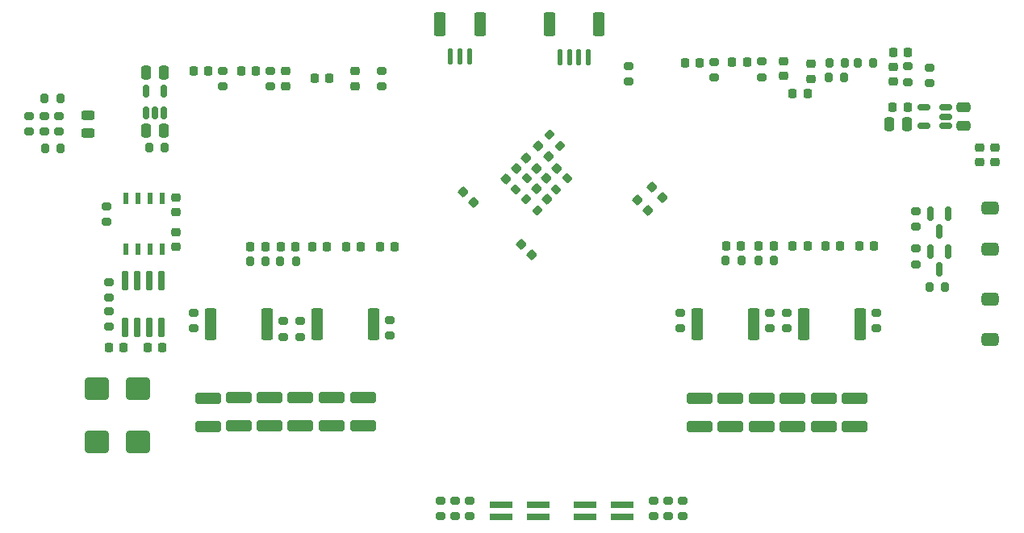
<source format=gbr>
%TF.GenerationSoftware,KiCad,Pcbnew,7.0.9*%
%TF.CreationDate,2024-01-31T13:13:56+08:00*%
%TF.ProjectId,MotorKit,4d6f746f-724b-4697-942e-6b696361645f,rev?*%
%TF.SameCoordinates,Original*%
%TF.FileFunction,Paste,Bot*%
%TF.FilePolarity,Positive*%
%FSLAX46Y46*%
G04 Gerber Fmt 4.6, Leading zero omitted, Abs format (unit mm)*
G04 Created by KiCad (PCBNEW 7.0.9) date 2024-01-31 13:13:56*
%MOMM*%
%LPD*%
G01*
G04 APERTURE LIST*
G04 Aperture macros list*
%AMRoundRect*
0 Rectangle with rounded corners*
0 $1 Rounding radius*
0 $2 $3 $4 $5 $6 $7 $8 $9 X,Y pos of 4 corners*
0 Add a 4 corners polygon primitive as box body*
4,1,4,$2,$3,$4,$5,$6,$7,$8,$9,$2,$3,0*
0 Add four circle primitives for the rounded corners*
1,1,$1+$1,$2,$3*
1,1,$1+$1,$4,$5*
1,1,$1+$1,$6,$7*
1,1,$1+$1,$8,$9*
0 Add four rect primitives between the rounded corners*
20,1,$1+$1,$2,$3,$4,$5,0*
20,1,$1+$1,$4,$5,$6,$7,0*
20,1,$1+$1,$6,$7,$8,$9,0*
20,1,$1+$1,$8,$9,$2,$3,0*%
G04 Aperture macros list end*
%ADD10RoundRect,0.225000X0.335876X0.017678X0.017678X0.335876X-0.335876X-0.017678X-0.017678X-0.335876X0*%
%ADD11RoundRect,0.200000X0.275000X-0.200000X0.275000X0.200000X-0.275000X0.200000X-0.275000X-0.200000X0*%
%ADD12RoundRect,0.225000X0.225000X0.250000X-0.225000X0.250000X-0.225000X-0.250000X0.225000X-0.250000X0*%
%ADD13RoundRect,0.250000X0.250000X0.475000X-0.250000X0.475000X-0.250000X-0.475000X0.250000X-0.475000X0*%
%ADD14RoundRect,0.250000X1.100000X-0.325000X1.100000X0.325000X-1.100000X0.325000X-1.100000X-0.325000X0*%
%ADD15RoundRect,0.225000X-0.335876X-0.017678X-0.017678X-0.335876X0.335876X0.017678X0.017678X0.335876X0*%
%ADD16R,2.400000X0.740000*%
%ADD17RoundRect,0.337500X0.562500X-0.337500X0.562500X0.337500X-0.562500X0.337500X-0.562500X-0.337500X0*%
%ADD18RoundRect,0.200000X-0.275000X0.200000X-0.275000X-0.200000X0.275000X-0.200000X0.275000X0.200000X0*%
%ADD19RoundRect,0.225000X-0.250000X0.225000X-0.250000X-0.225000X0.250000X-0.225000X0.250000X0.225000X0*%
%ADD20RoundRect,0.150000X0.512500X0.150000X-0.512500X0.150000X-0.512500X-0.150000X0.512500X-0.150000X0*%
%ADD21RoundRect,0.243750X-0.456250X0.243750X-0.456250X-0.243750X0.456250X-0.243750X0.456250X0.243750X0*%
%ADD22RoundRect,0.100000X0.150000X0.750000X-0.150000X0.750000X-0.150000X-0.750000X0.150000X-0.750000X0*%
%ADD23RoundRect,0.200000X0.400000X1.050000X-0.400000X1.050000X-0.400000X-1.050000X0.400000X-1.050000X0*%
%ADD24RoundRect,0.250000X-0.475000X0.250000X-0.475000X-0.250000X0.475000X-0.250000X0.475000X0.250000X0*%
%ADD25RoundRect,0.250000X-0.362500X-1.425000X0.362500X-1.425000X0.362500X1.425000X-0.362500X1.425000X0*%
%ADD26RoundRect,0.200000X-0.200000X-0.275000X0.200000X-0.275000X0.200000X0.275000X-0.200000X0.275000X0*%
%ADD27RoundRect,0.225000X0.250000X-0.225000X0.250000X0.225000X-0.250000X0.225000X-0.250000X-0.225000X0*%
%ADD28RoundRect,0.200000X0.200000X0.275000X-0.200000X0.275000X-0.200000X-0.275000X0.200000X-0.275000X0*%
%ADD29RoundRect,0.250000X-0.250000X-0.475000X0.250000X-0.475000X0.250000X0.475000X-0.250000X0.475000X0*%
%ADD30RoundRect,0.200000X0.053033X-0.335876X0.335876X-0.053033X-0.053033X0.335876X-0.335876X0.053033X0*%
%ADD31RoundRect,0.225000X0.017678X-0.335876X0.335876X-0.017678X-0.017678X0.335876X-0.335876X0.017678X0*%
%ADD32RoundRect,0.200000X-0.335876X-0.053033X-0.053033X-0.335876X0.335876X0.053033X0.053033X0.335876X0*%
%ADD33RoundRect,0.150000X-0.150000X0.587500X-0.150000X-0.587500X0.150000X-0.587500X0.150000X0.587500X0*%
%ADD34RoundRect,0.225000X-0.225000X-0.250000X0.225000X-0.250000X0.225000X0.250000X-0.225000X0.250000X0*%
%ADD35RoundRect,0.250000X1.000000X0.900000X-1.000000X0.900000X-1.000000X-0.900000X1.000000X-0.900000X0*%
%ADD36RoundRect,0.042000X-0.258000X0.943000X-0.258000X-0.943000X0.258000X-0.943000X0.258000X0.943000X0*%
%ADD37RoundRect,0.218750X-0.256250X0.218750X-0.256250X-0.218750X0.256250X-0.218750X0.256250X0.218750X0*%
%ADD38RoundRect,0.200000X0.335876X0.053033X0.053033X0.335876X-0.335876X-0.053033X-0.053033X-0.335876X0*%
%ADD39R,0.600000X1.300000*%
%ADD40RoundRect,0.250000X-1.000000X-0.900000X1.000000X-0.900000X1.000000X0.900000X-1.000000X0.900000X0*%
%ADD41RoundRect,0.150000X0.150000X-0.512500X0.150000X0.512500X-0.150000X0.512500X-0.150000X-0.512500X0*%
G04 APERTURE END LIST*
D10*
%TO.C,C4*%
X150154008Y-95544008D03*
X149057992Y-94447992D03*
%TD*%
D11*
%TO.C,R6*%
X160274000Y-77374000D03*
X160274000Y-75724000D03*
%TD*%
D12*
%TO.C,C22*%
X107328000Y-105323000D03*
X105778000Y-105323000D03*
%TD*%
D13*
%TO.C,C18*%
X189537201Y-81883000D03*
X187637201Y-81883000D03*
%TD*%
D14*
%TO.C,C61*%
X167714800Y-113567000D03*
X167714800Y-110617000D03*
%TD*%
D15*
%TO.C,C57*%
X149578756Y-85418228D03*
X150674772Y-86514244D03*
%TD*%
%TO.C,C28*%
X150643624Y-88671363D03*
X151739640Y-89767379D03*
%TD*%
D12*
%TO.C,C56*%
X122174000Y-94710000D03*
X120624000Y-94710000D03*
%TD*%
D16*
%TO.C,J5*%
X146939000Y-123079000D03*
X150839000Y-123079000D03*
X146939000Y-121809000D03*
X150839000Y-121809000D03*
%TD*%
D17*
%TO.C,S2*%
X198247000Y-104500000D03*
X198247000Y-100200000D03*
%TD*%
D11*
%TO.C,R64*%
X124079000Y-104203000D03*
X124079000Y-102553000D03*
%TD*%
D18*
%TO.C,R58*%
X186309000Y-101664000D03*
X186309000Y-103314000D03*
%TD*%
D14*
%TO.C,C64*%
X125841000Y-113538000D03*
X125841000Y-110588000D03*
%TD*%
D15*
%TO.C,C15*%
X162773992Y-88446992D03*
X163870008Y-89543008D03*
%TD*%
D19*
%TO.C,C24*%
X112776000Y-93192000D03*
X112776000Y-94742000D03*
%TD*%
D18*
%TO.C,R29*%
X174244000Y-75254000D03*
X174244000Y-76904000D03*
%TD*%
D20*
%TO.C,U2*%
X193542500Y-80105000D03*
X193542500Y-81055000D03*
X193542500Y-82005000D03*
X191267500Y-82005000D03*
X191267500Y-80105000D03*
%TD*%
D13*
%TO.C,C20*%
X111567000Y-76454000D03*
X109667000Y-76454000D03*
%TD*%
D14*
%TO.C,C65*%
X122640600Y-113538000D03*
X122640600Y-110588000D03*
%TD*%
D21*
%TO.C,F1*%
X103554700Y-80886000D03*
X103554700Y-82761000D03*
%TD*%
D22*
%TO.C,J2*%
X143621000Y-74786000D03*
X142621000Y-74786000D03*
X141621000Y-74786000D03*
D23*
X144721000Y-71386000D03*
X140521000Y-71386000D03*
%TD*%
D11*
%TO.C,R8*%
X143636999Y-123015000D03*
X143636999Y-121365000D03*
%TD*%
D24*
%TO.C,C13*%
X195445199Y-80105000D03*
X195445199Y-82005000D03*
%TD*%
D11*
%TO.C,R61*%
X125857000Y-104203000D03*
X125857000Y-102553000D03*
%TD*%
D18*
%TO.C,R63*%
X114681000Y-101664000D03*
X114681000Y-103314000D03*
%TD*%
%TO.C,R22*%
X99033500Y-80998500D03*
X99033500Y-82648500D03*
%TD*%
D12*
%TO.C,C54*%
X128664000Y-94710000D03*
X127114000Y-94710000D03*
%TD*%
D25*
%TO.C,R53*%
X127593500Y-102870000D03*
X133518500Y-102870000D03*
%TD*%
D12*
%TO.C,C42*%
X172085000Y-94640000D03*
X170535000Y-94640000D03*
%TD*%
D19*
%TO.C,C45*%
X131572000Y-76295000D03*
X131572000Y-77845000D03*
%TD*%
D26*
%TO.C,R16*%
X109980000Y-84328001D03*
X111630000Y-84328001D03*
%TD*%
D12*
%TO.C,C44*%
X121184000Y-76295000D03*
X119634000Y-76295000D03*
%TD*%
D27*
%TO.C,C48*%
X124333000Y-77845000D03*
X124333000Y-76295000D03*
%TD*%
D18*
%TO.C,R19*%
X105791000Y-101474000D03*
X105791000Y-103124000D03*
%TD*%
D11*
%TO.C,R24*%
X105537000Y-92138000D03*
X105537000Y-90488000D03*
%TD*%
D18*
%TO.C,R46*%
X117742000Y-76232000D03*
X117742000Y-77882000D03*
%TD*%
D14*
%TO.C,C6*%
X184047000Y-113616000D03*
X184047000Y-110666000D03*
%TD*%
D28*
%TO.C,R33*%
X175564000Y-96164000D03*
X173914000Y-96164000D03*
%TD*%
D29*
%TO.C,C19*%
X109646600Y-82550000D03*
X111546600Y-82550000D03*
%TD*%
D12*
%TO.C,C52*%
X135789000Y-94710000D03*
X134239000Y-94710000D03*
%TD*%
%TO.C,C31*%
X179070000Y-78619000D03*
X177520000Y-78619000D03*
%TD*%
%TO.C,C49*%
X128918000Y-77070000D03*
X127368000Y-77070000D03*
%TD*%
D30*
%TO.C,R14*%
X152714121Y-88682864D03*
X153880847Y-87516138D03*
%TD*%
D31*
%TO.C,C12*%
X151671845Y-87569877D03*
X152767861Y-86473861D03*
%TD*%
D10*
%TO.C,C5*%
X162346008Y-90940008D03*
X161249992Y-89843992D03*
%TD*%
D11*
%TO.C,R7*%
X165989000Y-123015001D03*
X165989000Y-121365001D03*
%TD*%
D12*
%TO.C,C41*%
X175527000Y-94640000D03*
X173977000Y-94640000D03*
%TD*%
D11*
%TO.C,R62*%
X135255000Y-104076000D03*
X135255000Y-102426000D03*
%TD*%
D12*
%TO.C,C55*%
X125362000Y-94710000D03*
X123812000Y-94710000D03*
%TD*%
D14*
%TO.C,C63*%
X129143000Y-113538000D03*
X129143000Y-110588000D03*
%TD*%
D11*
%TO.C,R31*%
X189598000Y-77412000D03*
X189598000Y-75762000D03*
%TD*%
D18*
%TO.C,R59*%
X165735000Y-101664000D03*
X165735000Y-103314000D03*
%TD*%
%TO.C,R21*%
X100557500Y-80998500D03*
X100557500Y-82648500D03*
%TD*%
%TO.C,R18*%
X105791000Y-98426000D03*
X105791000Y-100076000D03*
%TD*%
D28*
%TO.C,R20*%
X100671300Y-79181900D03*
X99021300Y-79181900D03*
%TD*%
D15*
%TO.C,C3*%
X150835992Y-84160992D03*
X151932008Y-85257008D03*
%TD*%
D26*
%TO.C,R28*%
X181280000Y-76968000D03*
X182930000Y-76968000D03*
%TD*%
D14*
%TO.C,C10*%
X170966000Y-113567000D03*
X170966000Y-110617000D03*
%TD*%
D32*
%TO.C,R27*%
X149530637Y-89713637D03*
X150697363Y-90880363D03*
%TD*%
D26*
%TO.C,R17*%
X99072100Y-84414300D03*
X100722100Y-84414300D03*
%TD*%
D18*
%TO.C,R45*%
X122695000Y-76232000D03*
X122695000Y-77882000D03*
%TD*%
D12*
%TO.C,C46*%
X116231000Y-76295000D03*
X114681000Y-76295000D03*
%TD*%
D26*
%TO.C,R26*%
X181344000Y-75444000D03*
X182994000Y-75444000D03*
%TD*%
D33*
%TO.C,Q1*%
X191963000Y-91255600D03*
X193863000Y-91255600D03*
X192913000Y-93130600D03*
%TD*%
D25*
%TO.C,R39*%
X178647500Y-102870000D03*
X184572500Y-102870000D03*
%TD*%
D34*
%TO.C,C29*%
X188074000Y-74295000D03*
X189624000Y-74295000D03*
%TD*%
D11*
%TO.C,R12*%
X140589000Y-123015000D03*
X140589000Y-121365000D03*
%TD*%
D35*
%TO.C,D3*%
X108830000Y-115177000D03*
X104530000Y-115177000D03*
%TD*%
D12*
%TO.C,C16*%
X189582200Y-80105000D03*
X188032200Y-80105000D03*
%TD*%
D16*
%TO.C,J3*%
X159602000Y-121809000D03*
X155702000Y-121809000D03*
X159602000Y-123079000D03*
X155702000Y-123079000D03*
%TD*%
D11*
%TO.C,R9*%
X164465000Y-123015001D03*
X164465000Y-121365001D03*
%TD*%
D18*
%TO.C,R32*%
X191884000Y-75889000D03*
X191884000Y-77539000D03*
%TD*%
D12*
%TO.C,C38*%
X179083000Y-94640000D03*
X177533000Y-94640000D03*
%TD*%
D18*
%TO.C,R44*%
X134366000Y-76245000D03*
X134366000Y-77895000D03*
%TD*%
D36*
%TO.C,U4*%
X107442000Y-98281000D03*
X108712000Y-98281000D03*
X109982000Y-98281000D03*
X111252000Y-98281000D03*
X111252000Y-103221000D03*
X109982000Y-103221000D03*
X108712000Y-103221000D03*
X107442000Y-103221000D03*
%TD*%
D14*
%TO.C,C7*%
X180821200Y-113567000D03*
X180821200Y-110617000D03*
%TD*%
D28*
%TO.C,R3*%
X193534800Y-98924100D03*
X191884800Y-98924100D03*
%TD*%
D37*
%TO.C,D2*%
X198755000Y-84290500D03*
X198755000Y-85865500D03*
%TD*%
D11*
%TO.C,R11*%
X162941000Y-123015001D03*
X162941000Y-121365001D03*
%TD*%
D38*
%TO.C,R5*%
X153134797Y-84124929D03*
X151968071Y-82958203D03*
%TD*%
D12*
%TO.C,C53*%
X132220000Y-94710000D03*
X130670000Y-94710000D03*
%TD*%
D26*
%TO.C,R25*%
X184328000Y-75444000D03*
X185978000Y-75444000D03*
%TD*%
D37*
%TO.C,D1*%
X197104000Y-84302500D03*
X197104000Y-85877500D03*
%TD*%
D12*
%TO.C,C36*%
X186068000Y-94640000D03*
X184518000Y-94640000D03*
%TD*%
D11*
%TO.C,R10*%
X142113000Y-123015000D03*
X142113000Y-121365000D03*
%TD*%
D18*
%TO.C,R4*%
X190423800Y-94924100D03*
X190423800Y-96574100D03*
%TD*%
%TO.C,R30*%
X169278000Y-75317000D03*
X169278000Y-76967000D03*
%TD*%
D28*
%TO.C,R34*%
X172122000Y-96164000D03*
X170472000Y-96164000D03*
%TD*%
D17*
%TO.C,S1*%
X198247000Y-94975000D03*
X198247000Y-90675000D03*
%TD*%
D14*
%TO.C,C62*%
X132445000Y-113538000D03*
X132445000Y-110588000D03*
%TD*%
D18*
%TO.C,R60*%
X175133000Y-101664000D03*
X175133000Y-103314000D03*
%TD*%
D25*
%TO.C,R42*%
X167471500Y-102870000D03*
X173396500Y-102870000D03*
%TD*%
D14*
%TO.C,C66*%
X119389400Y-113538000D03*
X119389400Y-110588000D03*
%TD*%
D39*
%TO.C,U5*%
X107569000Y-89679000D03*
X108839000Y-89679000D03*
X110109000Y-89679000D03*
X111379000Y-89679000D03*
X111379000Y-94979000D03*
X110109000Y-94979000D03*
X108839000Y-94979000D03*
X107569000Y-94979000D03*
%TD*%
D27*
%TO.C,C30*%
X176530000Y-76803000D03*
X176530000Y-75253000D03*
%TD*%
%TO.C,C23*%
X112776000Y-91122800D03*
X112776000Y-89572800D03*
%TD*%
D18*
%TO.C,R57*%
X176911000Y-101664000D03*
X176911000Y-103314000D03*
%TD*%
D40*
%TO.C,D4*%
X104530000Y-109601000D03*
X108830000Y-109601000D03*
%TD*%
D19*
%TO.C,C32*%
X188074000Y-75812000D03*
X188074000Y-77362000D03*
%TD*%
D34*
%TO.C,C21*%
X109829000Y-105323000D03*
X111379000Y-105323000D03*
%TD*%
D30*
%TO.C,R43*%
X148480733Y-88716060D03*
X149647459Y-87549334D03*
%TD*%
D12*
%TO.C,C25*%
X172733000Y-75317000D03*
X171183000Y-75317000D03*
%TD*%
%TO.C,C37*%
X182512000Y-94640000D03*
X180962000Y-94640000D03*
%TD*%
D31*
%TO.C,C47*%
X147429268Y-87612268D03*
X148525284Y-86516252D03*
%TD*%
D22*
%TO.C,J1*%
X156083000Y-74798000D03*
X155083000Y-74798000D03*
X154083000Y-74798000D03*
X153083000Y-74798000D03*
D23*
X157183000Y-71398000D03*
X151983000Y-71398000D03*
%TD*%
D28*
%TO.C,R48*%
X122211000Y-96234000D03*
X120561000Y-96234000D03*
%TD*%
D14*
%TO.C,C8*%
X177519200Y-113567000D03*
X177519200Y-110617000D03*
%TD*%
D18*
%TO.C,R1*%
X190423800Y-90973900D03*
X190423800Y-92623900D03*
%TD*%
D28*
%TO.C,R47*%
X125412000Y-96234000D03*
X123762000Y-96234000D03*
%TD*%
D33*
%TO.C,Q2*%
X191963000Y-95218000D03*
X193863000Y-95218000D03*
X192913000Y-97093000D03*
%TD*%
D41*
%TO.C,U3*%
X111566999Y-80645001D03*
X110616999Y-80645001D03*
X109666999Y-80645001D03*
X109666999Y-78370001D03*
X111566999Y-78370001D03*
%TD*%
D10*
%TO.C,C14*%
X144058008Y-90083008D03*
X142961992Y-88986992D03*
%TD*%
D18*
%TO.C,R23*%
X97382500Y-80998500D03*
X97382500Y-82648500D03*
%TD*%
D19*
%TO.C,C26*%
X179438000Y-75545000D03*
X179438000Y-77095000D03*
%TD*%
D25*
%TO.C,R56*%
X116417500Y-102870000D03*
X122342500Y-102870000D03*
%TD*%
D12*
%TO.C,C27*%
X167767000Y-75380000D03*
X166217000Y-75380000D03*
%TD*%
D14*
%TO.C,C67*%
X116189000Y-113616000D03*
X116189000Y-110666000D03*
%TD*%
%TO.C,C9*%
X174268000Y-113567000D03*
X174268000Y-110617000D03*
%TD*%
M02*

</source>
